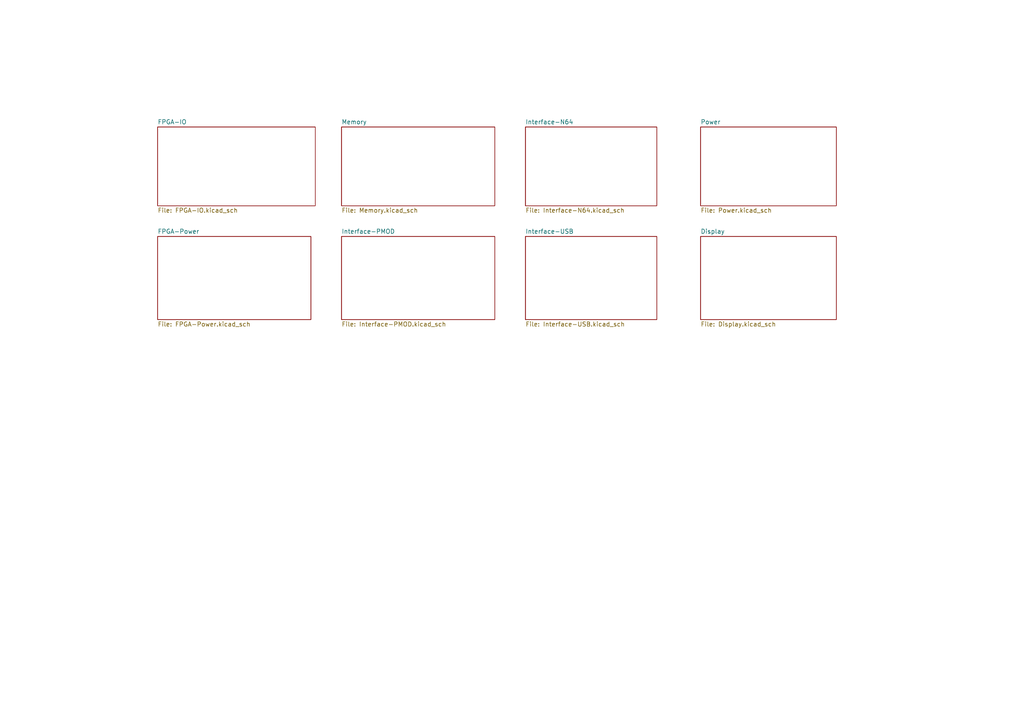
<source format=kicad_sch>
(kicad_sch
	(version 20231120)
	(generator "eeschema")
	(generator_version "8.0")
	(uuid "d0de5b81-cadf-4377-8c13-b4d382700369")
	(paper "A4")
	(lib_symbols)
	(text "LENGTH MATCHING:\nid: hyperram_reset_to_cs\nnetnames: \"^(HRAM_RESET_B)$\"\nreflength: group hyperram_cs_to_clk\ntolerance: 2000 mil\nvialength: 1.6 mm"
		(exclude_from_sim no)
		(at 304.8 129.54 0)
		(effects
			(font
				(size 1.27 1.27)
			)
			(justify left bottom)
		)
		(uuid "1281bf12-ead7-46b5-b903-3b4ab4ef7649")
	)
	(text "LENGTH MATCHING:\nid: hyperram_clk_to_dq\nnetnames: \"^(HRAM_CK_[PN])$\"\nreflength: group hyperram_dq\ntolerance: 500 mil\nvialength: 1.6 mm"
		(exclude_from_sim no)
		(at 304.8 83.82 0)
		(effects
			(font
				(size 1.27 1.27)
			)
			(justify left bottom)
		)
		(uuid "2a704a8c-71cc-424e-979e-8f2b5d109ed8")
	)
	(text "LENGTH MATCHING:\nid: hyperram_clk\nnetnames: \"^(HRAM_CK_[PN])$\"\ntolerance: 10 mil\nvialength: 1.6 mm"
		(exclude_from_sim no)
		(at 304.8 53.34 0)
		(effects
			(font
				(size 1.27 1.27)
			)
			(justify left bottom)
		)
		(uuid "4cb3a5be-34f0-49c5-9dec-40de5bad8312")
	)
	(text "LENGTH MATCHING:\nid: hyperram_dq\nnetnames: \"^(HRAM_DQ[0-7])$\"\ntolerance: 50 mil\nvialength: 1.6 mm"
		(exclude_from_sim no)
		(at 304.8 40.64 0)
		(effects
			(font
				(size 1.27 1.27)
			)
			(justify left bottom)
		)
		(uuid "5eb361d7-f397-42f4-b745-ebbe407f7d85")
	)
	(text "LENGTH MATCHING:\nid: hyperram_clk_to_rwds\nnetnames: \"^(HRAM_CK_[PN])$\"\nreflength: group hyperram_rwds_to_dq\ntolerance: 1500 mil\nvialength: 1.6 mm"
		(exclude_from_sim no)
		(at 304.8 99.06 0)
		(effects
			(font
				(size 1.27 1.27)
			)
			(justify left bottom)
		)
		(uuid "b22948d6-43de-4b86-9c9c-477a859d3e26")
	)
	(text "LENGTH MATCHING:\nid: hyperram_cs_to_clk\nnetnames: \"^(HRAM_CS_B)$\"\nreflength: group hyperram_clk\ntolerance: 1500 mil\nvialength: 1.6 mm"
		(exclude_from_sim no)
		(at 304.8 114.3 0)
		(effects
			(font
				(size 1.27 1.27)
			)
			(justify left bottom)
		)
		(uuid "c33796eb-2a39-4ce5-a0df-32f8ca990a0b")
	)
	(text "LENGTH MATCHING:\nid: hyperram_rwds_to_dq\nnetnames: \"^(HRAM_RWDS)$\"\nreflength: group hyperram_dq\ntolerance: 25 mil\nvialength: 1.6 mm"
		(exclude_from_sim no)
		(at 304.8 68.58 0)
		(effects
			(font
				(size 1.27 1.27)
			)
			(justify left bottom)
		)
		(uuid "d3ff3745-a4de-41e9-a522-9c86a3abe70d")
	)
	(text "Notes:\n\nWhen computing a group's reflength, the script takes the average of\nthe group's shortest and longest nets. Intuitively, this seems to allow\nfor tolerances to be violated by these extremal nets. I think it's more\ncorrect to evaluate reflength tolerance by exhaustively checking all\npossible pairs of nets (e.g., one drawn from each of the two groups).  "
		(exclude_from_sim no)
		(at 304.8 22.86 0)
		(effects
			(font
				(size 1.27 1.27)
			)
			(justify left bottom)
		)
		(uuid "d7bab7b0-681f-4a4f-8e3d-d685aa69454f")
	)
	(sheet
		(at 45.72 36.83)
		(size 45.72 22.86)
		(fields_autoplaced yes)
		(stroke
			(width 0)
			(type solid)
		)
		(fill
			(color 0 0 0 0.0000)
		)
		(uuid "00000000-0000-0000-0000-00005f3e46de")
		(property "Sheetname" "FPGA-IO"
			(at 45.72 36.1184 0)
			(effects
				(font
					(size 1.27 1.27)
				)
				(justify left bottom)
			)
		)
		(property "Sheetfile" "FPGA-IO.kicad_sch"
			(at 45.72 60.2746 0)
			(effects
				(font
					(size 1.27 1.27)
				)
				(justify left top)
			)
		)
		(instances
			(project "cart-ecp5"
				(path "/d0de5b81-cadf-4377-8c13-b4d382700369"
					(page "2")
				)
			)
		)
	)
	(sheet
		(at 45.72 68.58)
		(size 44.45 24.13)
		(fields_autoplaced yes)
		(stroke
			(width 0)
			(type solid)
		)
		(fill
			(color 0 0 0 0.0000)
		)
		(uuid "00000000-0000-0000-0000-00005f4290f0")
		(property "Sheetname" "FPGA-Power"
			(at 45.72 67.8684 0)
			(effects
				(font
					(size 1.27 1.27)
				)
				(justify left bottom)
			)
		)
		(property "Sheetfile" "FPGA-Power.kicad_sch"
			(at 45.72 93.2946 0)
			(effects
				(font
					(size 1.27 1.27)
				)
				(justify left top)
			)
		)
		(instances
			(project "cart-ecp5"
				(path "/d0de5b81-cadf-4377-8c13-b4d382700369"
					(page "3")
				)
			)
		)
	)
	(sheet
		(at 152.4 36.83)
		(size 38.1 22.86)
		(fields_autoplaced yes)
		(stroke
			(width 0)
			(type solid)
		)
		(fill
			(color 0 0 0 0.0000)
		)
		(uuid "00000000-0000-0000-0000-00005f43b1fd")
		(property "Sheetname" "Interface-N64"
			(at 152.4 36.1184 0)
			(effects
				(font
					(size 1.27 1.27)
				)
				(justify left bottom)
			)
		)
		(property "Sheetfile" "Interface-N64.kicad_sch"
			(at 152.4 60.2746 0)
			(effects
				(font
					(size 1.27 1.27)
				)
				(justify left top)
			)
		)
		(instances
			(project "cart-ecp5"
				(path "/d0de5b81-cadf-4377-8c13-b4d382700369"
					(page "6")
				)
			)
		)
	)
	(sheet
		(at 152.4 68.58)
		(size 38.1 24.13)
		(fields_autoplaced yes)
		(stroke
			(width 0)
			(type solid)
		)
		(fill
			(color 0 0 0 0.0000)
		)
		(uuid "00000000-0000-0000-0000-00005f4552c5")
		(property "Sheetname" "Interface-USB"
			(at 152.4 67.8684 0)
			(effects
				(font
					(size 1.27 1.27)
				)
				(justify left bottom)
			)
		)
		(property "Sheetfile" "Interface-USB.kicad_sch"
			(at 152.4 93.2946 0)
			(effects
				(font
					(size 1.27 1.27)
				)
				(justify left top)
			)
		)
		(instances
			(project "cart-ecp5"
				(path "/d0de5b81-cadf-4377-8c13-b4d382700369"
					(page "7")
				)
			)
		)
	)
	(sheet
		(at 203.2 36.83)
		(size 39.37 22.86)
		(fields_autoplaced yes)
		(stroke
			(width 0)
			(type solid)
		)
		(fill
			(color 0 0 0 0.0000)
		)
		(uuid "00000000-0000-0000-0000-00005f483803")
		(property "Sheetname" "Power"
			(at 203.2 36.1184 0)
			(effects
				(font
					(size 1.27 1.27)
				)
				(justify left bottom)
			)
		)
		(property "Sheetfile" "Power.kicad_sch"
			(at 203.2 60.2746 0)
			(effects
				(font
					(size 1.27 1.27)
				)
				(justify left top)
			)
		)
		(instances
			(project "cart-ecp5"
				(path "/d0de5b81-cadf-4377-8c13-b4d382700369"
					(page "8")
				)
			)
		)
	)
	(sheet
		(at 203.2 68.58)
		(size 39.37 24.13)
		(fields_autoplaced yes)
		(stroke
			(width 0)
			(type solid)
		)
		(fill
			(color 0 0 0 0.0000)
		)
		(uuid "00000000-0000-0000-0000-00005f5bd87f")
		(property "Sheetname" "Display"
			(at 203.2 67.8684 0)
			(effects
				(font
					(size 1.27 1.27)
				)
				(justify left bottom)
			)
		)
		(property "Sheetfile" "Display.kicad_sch"
			(at 203.2 93.2946 0)
			(effects
				(font
					(size 1.27 1.27)
				)
				(justify left top)
			)
		)
		(instances
			(project "cart-ecp5"
				(path "/d0de5b81-cadf-4377-8c13-b4d382700369"
					(page "9")
				)
			)
		)
	)
	(sheet
		(at 99.06 36.83)
		(size 44.45 22.86)
		(fields_autoplaced yes)
		(stroke
			(width 0)
			(type solid)
		)
		(fill
			(color 0 0 0 0.0000)
		)
		(uuid "00000000-0000-0000-0000-00005f7b735c")
		(property "Sheetname" "Memory"
			(at 99.06 36.1184 0)
			(effects
				(font
					(size 1.27 1.27)
				)
				(justify left bottom)
			)
		)
		(property "Sheetfile" "Memory.kicad_sch"
			(at 99.06 60.2746 0)
			(effects
				(font
					(size 1.27 1.27)
				)
				(justify left top)
			)
		)
		(instances
			(project "cart-ecp5"
				(path "/d0de5b81-cadf-4377-8c13-b4d382700369"
					(page "4")
				)
			)
		)
	)
	(sheet
		(at 99.06 68.58)
		(size 44.45 24.13)
		(fields_autoplaced yes)
		(stroke
			(width 0)
			(type solid)
		)
		(fill
			(color 0 0 0 0.0000)
		)
		(uuid "00000000-0000-0000-0000-000060304b7f")
		(property "Sheetname" "Interface-PMOD"
			(at 99.06 67.8684 0)
			(effects
				(font
					(size 1.27 1.27)
				)
				(justify left bottom)
			)
		)
		(property "Sheetfile" "Interface-PMOD.kicad_sch"
			(at 99.06 93.2946 0)
			(effects
				(font
					(size 1.27 1.27)
				)
				(justify left top)
			)
		)
		(instances
			(project "cart-ecp5"
				(path "/d0de5b81-cadf-4377-8c13-b4d382700369"
					(page "5")
				)
			)
		)
	)
	(sheet_instances
		(path "/"
			(page "1")
		)
	)
)
</source>
